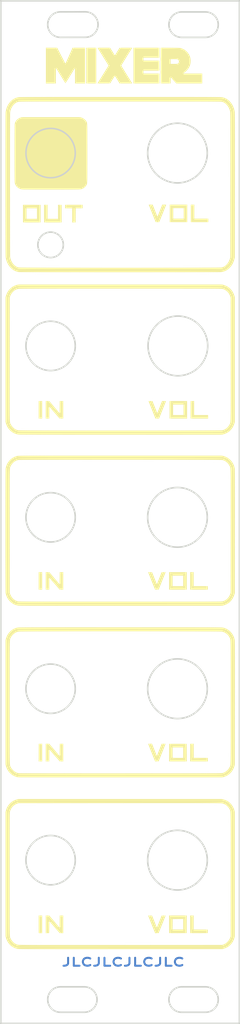
<source format=kicad_pcb>
(kicad_pcb (version 20241229) (generator "pcbnew") (generator_version "9.0")
  (layers (0 "F.Cu" signal) (2 "B.Cu" signal) (13 "F.Paste" user) (15 "B.Paste" user) (5 "F.SilkS" user "F.Silkscreen") (7 "B.SilkS" user "B.Silkscreen") (1 "F.Mask" user) (3 "B.Mask" user) (25 "Edge.Cuts" user))
  (net 0 "")
  (footprint "Front Panel:Mixer" (layer "F.Cu") (at 177.85 84.9)
    (property "Reference" "G***" (hide yes))
    (property "Value" "LOGO" (hide yes))
  )
  (gr_line (start 192.8377 150.8654) (end 162.8377 150.8654) (stroke (width 0.2)) (layer "Edge.Cuts"))
  (gr_circle (center 169.1 87.2708) (end 172.2 87.2708) (stroke (width 0.2)) (fill no) (layer "Edge.Cuts"))
  (gr_circle (center 169.1 65.7316) (end 172.2 65.7316) (stroke (width 0.2)) (fill no) (layer "Edge.Cuts"))
  (gr_circle (center 185.0512 130.3492) (end 188.8012 130.3492) (stroke (width 0.2)) (fill no) (layer "Edge.Cuts"))
  (gr_line (start 162.8377 22.3654) (end 192.8377 22.3654) (stroke (width 0.2)) (layer "Edge.Cuts"))
  (gr_arc (start 185.5777 26.9654) (mid 183.9777 25.3654) (end 185.5777 23.7654) (stroke (width 0.2)) (layer "Edge.Cuts"))
  (gr_arc (start 188.5777 23.7654) (mid 190.1777 25.3654) (end 188.5777 26.9654) (stroke (width 0.2)) (layer "Edge.Cuts"))
  (gr_arc (start 170.3377 149.4654) (mid 168.7377 147.8654) (end 170.3377 146.2654) (stroke (width 0.2)) (layer "Edge.Cuts"))
  (gr_line (start 185.5777 149.4654) (end 188.5777 149.4654) (stroke (width 0.2)) (layer "Edge.Cuts"))
  (gr_arc (start 188.5777 146.2654) (mid 190.1777 147.8654) (end 188.5777 149.4654) (stroke (width 0.2)) (layer "Edge.Cuts"))
  (gr_line (start 188.5777 23.7654) (end 185.5777 23.7654) (stroke (width 0.2)) (layer "Edge.Cuts"))
  (gr_circle (center 169.1 41.5) (end 172.2 41.5) (stroke (width 0.2)) (fill no) (layer "Edge.Cuts"))
  (gr_circle (center 185.0512 108.81) (end 188.8012 108.81) (stroke (width 0.2)) (fill no) (layer "Edge.Cuts"))
  (gr_line (start 162.8377 150.8654) (end 162.8377 22.3654) (stroke (width 0.2)) (layer "Edge.Cuts"))
  (gr_circle (center 169.1 130.3492) (end 172.2 130.3492) (stroke (width 0.2)) (fill no) (layer "Edge.Cuts"))
  (gr_line (start 170.34017 26.961948) (end 173.463316 26.957135) (stroke (width 0.2)) (layer "Edge.Cuts"))
  (gr_line (start 192.8377 22.3654) (end 192.8377 150.8654) (stroke (width 0.2)) (layer "Edge.Cuts"))
  (gr_circle (center 169.1 53.0316) (end 170.7 53.0316) (stroke (width 0.2)) (fill no) (layer "Edge.Cuts"))
  (gr_circle (center 185.0512 87.2708) (end 188.8012 87.2708) (stroke (width 0.2)) (fill no) (layer "Edge.Cuts"))
  (gr_circle (center 185.102 65.7316) (end 188.852 65.7316) (stroke (width 0.2)) (fill no) (layer "Edge.Cuts"))
  (gr_line (start 173.3377 146.2654) (end 170.3377 146.2654) (stroke (width 0.2)) (layer "Edge.Cuts"))
  (gr_line (start 185.5777 26.9654) (end 188.5777 26.9654) (stroke (width 0.2)) (layer "Edge.Cuts"))
  (gr_circle (center 185.0512 41.5) (end 188.8012 41.5) (stroke (width 0.2)) (fill no) (layer "Edge.Cuts"))
  (gr_arc (start 185.5777 149.4654) (mid 183.9777 147.8654) (end 185.5777 146.2654) (stroke (width 0.2)) (layer "Edge.Cuts"))
  (gr_arc (start 170.34017 26.961947) (mid 168.734998 25.361716) (end 170.33523 23.756545) (stroke (width 0.2)) (layer "Edge.Cuts"))
  (gr_line (start 170.34017 26.961947) (end 170.34017 26.961948) (stroke (width 0.2)) (layer "Edge.Cuts"))
  (gr_line (start 170.33523 23.756545) (end 170.33523 23.756544) (stroke (width 0.2)) (layer "Edge.Cuts"))
  (gr_arc (start 173.45838 23.751731) (mid 175.063549 25.35196) (end 173.463316 26.957135) (stroke (width 0.2)) (layer "Edge.Cuts"))
  (gr_line (start 170.3377 149.4654) (end 173.3377 149.4654) (stroke (width 0.2)) (layer "Edge.Cuts"))
  (gr_arc (start 173.3377 146.2654) (mid 174.9377 147.8654) (end 173.3377 149.4654) (stroke (width 0.2)) (layer "Edge.Cuts"))
  (gr_line (start 173.45838 23.751731) (end 170.33523 23.756544) (stroke (width 0.2)) (layer "Edge.Cuts"))
  (gr_circle (center 169.1 108.80995) (end 172.2 108.80995) (stroke (width 0.2)) (fill no) (layer "Edge.Cuts"))
  (gr_line (start 188.5777 146.2654) (end 185.5777 146.2654) (stroke (width 0.2)) (layer "Edge.Cuts"))
  (gr_text "JLCJLCJLCJLC" (at 170.35 143.75 0) (layer "B.Cu") (effects (font (size 1 1.5) (thickness 0.25) (bold yes)) (justify left bottom)))
)
</source>
